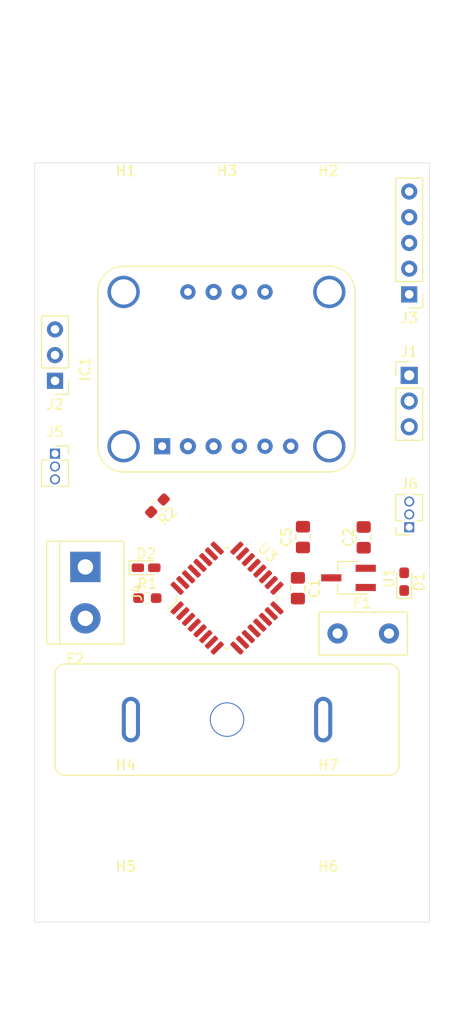
<source format=kicad_pcb>
(kicad_pcb (version 20171130) (host pcbnew "(5.1.6)-1")

  (general
    (thickness 1.6)
    (drawings 13)
    (tracks 0)
    (zones 0)
    (modules 25)
    (nets 53)
  )

  (page A4)
  (layers
    (0 F.Cu signal)
    (31 B.Cu signal)
    (32 B.Adhes user)
    (33 F.Adhes user)
    (34 B.Paste user)
    (35 F.Paste user)
    (36 B.SilkS user)
    (37 F.SilkS user)
    (38 B.Mask user)
    (39 F.Mask user)
    (40 Dwgs.User user)
    (41 Cmts.User user)
    (42 Eco1.User user)
    (43 Eco2.User user)
    (44 Edge.Cuts user)
    (45 Margin user)
    (46 B.CrtYd user)
    (47 F.CrtYd user)
    (48 B.Fab user)
    (49 F.Fab user)
  )

  (setup
    (last_trace_width 0.25)
    (trace_clearance 0.2)
    (zone_clearance 0.508)
    (zone_45_only no)
    (trace_min 0.2)
    (via_size 0.8)
    (via_drill 0.4)
    (via_min_size 0.4)
    (via_min_drill 0.3)
    (uvia_size 0.3)
    (uvia_drill 0.1)
    (uvias_allowed no)
    (uvia_min_size 0.2)
    (uvia_min_drill 0.1)
    (edge_width 0.05)
    (segment_width 0.2)
    (pcb_text_width 0.3)
    (pcb_text_size 1.5 1.5)
    (mod_edge_width 0.12)
    (mod_text_size 1 1)
    (mod_text_width 0.15)
    (pad_size 1 1)
    (pad_drill 0.7)
    (pad_to_mask_clearance 0.05)
    (aux_axis_origin 0 0)
    (visible_elements 7FFFFFFF)
    (pcbplotparams
      (layerselection 0x010fc_ffffffff)
      (usegerberextensions false)
      (usegerberattributes true)
      (usegerberadvancedattributes true)
      (creategerberjobfile true)
      (excludeedgelayer true)
      (linewidth 0.100000)
      (plotframeref false)
      (viasonmask false)
      (mode 1)
      (useauxorigin false)
      (hpglpennumber 1)
      (hpglpenspeed 20)
      (hpglpendiameter 15.000000)
      (psnegative false)
      (psa4output false)
      (plotreference true)
      (plotvalue true)
      (plotinvisibletext false)
      (padsonsilk false)
      (subtractmaskfromsilk false)
      (outputformat 1)
      (mirror false)
      (drillshape 1)
      (scaleselection 1)
      (outputdirectory ""))
  )

  (net 0 "")
  (net 1 +3V3)
  (net 2 GND)
  (net 3 "Net-(F1-Pad1)")
  (net 4 "Net-(IC1-Pad8)")
  (net 5 "Net-(IC1-Pad7)")
  (net 6 "Net-(IC1-Pad6)")
  (net 7 "Net-(IC1-Pad5)")
  (net 8 "Net-(IC1-Pad4)")
  (net 9 "Net-(IC1-Pad3)")
  (net 10 "Net-(IC1-Pad2)")
  (net 11 "Net-(IC1-Pad1)")
  (net 12 /VCP_RX)
  (net 13 /VCP_TX)
  (net 14 /SWCLK)
  (net 15 /SWDIO)
  (net 16 NRST)
  (net 17 "Net-(F2-Pad1)")
  (net 18 /BOOT)
  (net 19 "Net-(J5-Pad3)")
  (net 20 "Net-(J5-Pad2)")
  (net 21 "Net-(J5-Pad1)")
  (net 22 "Net-(U3-Pad28)")
  (net 23 "Net-(U3-Pad27)")
  (net 24 "Net-(U3-Pad26)")
  (net 25 "Net-(U3-Pad22)")
  (net 26 "Net-(U3-Pad21)")
  (net 27 "Net-(U3-Pad20)")
  (net 28 "Net-(U3-Pad19)")
  (net 29 "Net-(U3-Pad18)")
  (net 30 "Net-(U3-Pad15)")
  (net 31 "Net-(U3-Pad14)")
  (net 32 "Net-(U3-Pad13)")
  (net 33 "Net-(U3-Pad12)")
  (net 34 "Net-(U3-Pad11)")
  (net 35 "Net-(U3-Pad10)")
  (net 36 "Net-(U3-Pad9)")
  (net 37 "Net-(U3-Pad7)")
  (net 38 "Net-(U3-Pad6)")
  (net 39 "Net-(U3-Pad3)")
  (net 40 "Net-(U3-Pad2)")
  (net 41 "Net-(J6-Pad3)")
  (net 42 "Net-(J6-Pad2)")
  (net 43 "Net-(J6-Pad1)")
  (net 44 "Net-(U3-Pad29)")
  (net 45 "Net-(IC1-Pad10)")
  (net 46 "Net-(IC1-Pad9)")
  (net 47 "Net-(D2-Pad2)")
  (net 48 "Net-(D2-Pad1)")
  (net 49 "Net-(J1-Pad3)")
  (net 50 "Net-(J1-Pad2)")
  (net 51 "Net-(J1-Pad1)")
  (net 52 VCC)

  (net_class Default "This is the default net class."
    (clearance 0.2)
    (trace_width 0.25)
    (via_dia 0.8)
    (via_drill 0.4)
    (uvia_dia 0.3)
    (uvia_drill 0.1)
    (add_net +3V3)
    (add_net /BOOT)
    (add_net /SWCLK)
    (add_net /SWDIO)
    (add_net /VCP_RX)
    (add_net /VCP_TX)
    (add_net GND)
    (add_net NRST)
    (add_net "Net-(D2-Pad1)")
    (add_net "Net-(D2-Pad2)")
    (add_net "Net-(F1-Pad1)")
    (add_net "Net-(F2-Pad1)")
    (add_net "Net-(IC1-Pad1)")
    (add_net "Net-(IC1-Pad10)")
    (add_net "Net-(IC1-Pad2)")
    (add_net "Net-(IC1-Pad3)")
    (add_net "Net-(IC1-Pad4)")
    (add_net "Net-(IC1-Pad5)")
    (add_net "Net-(IC1-Pad6)")
    (add_net "Net-(IC1-Pad7)")
    (add_net "Net-(IC1-Pad8)")
    (add_net "Net-(IC1-Pad9)")
    (add_net "Net-(J1-Pad1)")
    (add_net "Net-(J1-Pad2)")
    (add_net "Net-(J1-Pad3)")
    (add_net "Net-(J5-Pad1)")
    (add_net "Net-(J5-Pad2)")
    (add_net "Net-(J5-Pad3)")
    (add_net "Net-(J6-Pad1)")
    (add_net "Net-(J6-Pad2)")
    (add_net "Net-(J6-Pad3)")
    (add_net "Net-(U3-Pad10)")
    (add_net "Net-(U3-Pad11)")
    (add_net "Net-(U3-Pad12)")
    (add_net "Net-(U3-Pad13)")
    (add_net "Net-(U3-Pad14)")
    (add_net "Net-(U3-Pad15)")
    (add_net "Net-(U3-Pad18)")
    (add_net "Net-(U3-Pad19)")
    (add_net "Net-(U3-Pad2)")
    (add_net "Net-(U3-Pad20)")
    (add_net "Net-(U3-Pad21)")
    (add_net "Net-(U3-Pad22)")
    (add_net "Net-(U3-Pad26)")
    (add_net "Net-(U3-Pad27)")
    (add_net "Net-(U3-Pad28)")
    (add_net "Net-(U3-Pad29)")
    (add_net "Net-(U3-Pad3)")
    (add_net "Net-(U3-Pad6)")
    (add_net "Net-(U3-Pad7)")
    (add_net "Net-(U3-Pad9)")
    (add_net VCC)
  )

  (module MountingHole:MountingHole_3.2mm_M3 (layer F.Cu) (tedit 56D1B4CB) (tstamp 5F60A8D6)
    (at 155 -10)
    (descr "Mounting Hole 3.2mm, no annular, M3")
    (tags "mounting hole 3.2mm no annular m3")
    (path /5F60B0D1)
    (attr virtual)
    (fp_text reference H3 (at 0 -4.2) (layer F.SilkS)
      (effects (font (size 1 1) (thickness 0.15)))
    )
    (fp_text value MountingHole (at 0 4.2) (layer F.Fab)
      (effects (font (size 1 1) (thickness 0.15)))
    )
    (fp_text user %R (at 0.3 0) (layer F.Fab)
      (effects (font (size 1 1) (thickness 0.15)))
    )
    (fp_circle (center 0 0) (end 3.2 0) (layer Cmts.User) (width 0.15))
    (fp_circle (center 0 0) (end 3.45 0) (layer F.CrtYd) (width 0.05))
    (pad 1 np_thru_hole circle (at 0 0) (size 3.2 3.2) (drill 3.2) (layers *.Cu *.Mask))
  )

  (module SamcSys_Parts:AdafruitBNO055 (layer F.Cu) (tedit 5F604E96) (tstamp 5F6158E2)
    (at 148.59 13 90)
    (path /5F68CBAD)
    (fp_text reference IC1 (at 7.62 -7.62 90) (layer F.SilkS)
      (effects (font (size 1 1) (thickness 0.15)))
    )
    (fp_text value AdafruitBNO055 (at 7.62 -8.89 90) (layer F.Fab)
      (effects (font (size 1 1) (thickness 0.15)))
    )
    (fp_line (start -2.54 -3.81) (end -2.54 16.51) (layer F.SilkS) (width 0.12))
    (fp_line (start 17.78 16.51) (end 17.78 -3.81) (layer F.SilkS) (width 0.12))
    (fp_line (start 0 -6.35) (end 15.24 -6.35) (layer F.SilkS) (width 0.12))
    (fp_line (start 15.24 19.05) (end 0 19.05) (layer F.SilkS) (width 0.12))
    (fp_arc (start 15.24 16.51) (end 15.24 19.05) (angle -90) (layer F.SilkS) (width 0.12))
    (fp_arc (start 0 16.51) (end -2.54 16.51) (angle -90) (layer F.SilkS) (width 0.12))
    (fp_arc (start 15.24 -3.81) (end 17.78 -3.81) (angle -90) (layer F.SilkS) (width 0.12))
    (fp_arc (start 0 -3.81) (end 0 -6.35) (angle -90) (layer F.SilkS) (width 0.12))
    (pad "" np_thru_hole circle (at 15.24 16.51 90) (size 3.2 3.2) (drill 2.5) (layers *.Cu *.Mask))
    (pad "" np_thru_hole circle (at 15.24 -3.81 90) (size 3.2 3.2) (drill 2.5) (layers *.Cu *.Mask))
    (pad "" np_thru_hole circle (at 0 16.51 90) (size 3.2 3.2) (drill 2.5) (layers *.Cu *.Mask))
    (pad "" np_thru_hole circle (at 0 -3.81 90) (size 3.2 3.2) (drill 2.5) (layers *.Cu *.Mask))
    (pad 6 thru_hole circle (at 0 12.7 90) (size 1.524 1.524) (drill 0.762) (layers *.Cu *.Mask)
      (net 6 "Net-(IC1-Pad6)"))
    (pad 10 thru_hole circle (at 15.24 10.16 90) (size 1.524 1.524) (drill 0.762) (layers *.Cu *.Mask)
      (net 45 "Net-(IC1-Pad10)"))
    (pad 9 thru_hole circle (at 15.24 7.62 90) (size 1.524 1.524) (drill 0.762) (layers *.Cu *.Mask)
      (net 46 "Net-(IC1-Pad9)"))
    (pad 7 thru_hole circle (at 15.24 2.54 90) (size 1.524 1.524) (drill 0.762) (layers *.Cu *.Mask)
      (net 5 "Net-(IC1-Pad7)"))
    (pad 5 thru_hole circle (at 0 10.16 90) (size 1.524 1.524) (drill 0.762) (layers *.Cu *.Mask)
      (net 7 "Net-(IC1-Pad5)"))
    (pad 4 thru_hole circle (at 0 7.62 90) (size 1.524 1.524) (drill 0.762) (layers *.Cu *.Mask)
      (net 8 "Net-(IC1-Pad4)"))
    (pad 3 thru_hole oval (at 0 5.08 90) (size 1.6 1.6) (drill 0.8) (layers *.Cu *.Mask)
      (net 9 "Net-(IC1-Pad3)"))
    (pad 2 thru_hole oval (at 0 2.54 90) (size 1.6 1.6) (drill 0.8) (layers *.Cu *.Mask)
      (net 10 "Net-(IC1-Pad2)"))
    (pad 8 thru_hole oval (at 15.24 5.08 90) (size 1.6 1.6) (drill 0.8) (layers *.Cu *.Mask)
      (net 4 "Net-(IC1-Pad8)"))
    (pad 1 thru_hole rect (at 0 0 90) (size 1.6 1.6) (drill 0.8) (layers *.Cu *.Mask)
      (net 11 "Net-(IC1-Pad1)"))
  )

  (module Diode_SMD:D_0603_1608Metric_Pad1.05x0.95mm_HandSolder (layer F.Cu) (tedit 5B4B45C8) (tstamp 5F60A183)
    (at 172.5 26.375 90)
    (descr "Diode SMD 0603 (1608 Metric), square (rectangular) end terminal, IPC_7351 nominal, (Body size source: http://www.tortai-tech.com/upload/download/2011102023233369053.pdf), generated with kicad-footprint-generator")
    (tags "diode handsolder")
    (path /5E5159FF)
    (attr smd)
    (fp_text reference D1 (at 0 1.5 90) (layer F.SilkS)
      (effects (font (size 1 1) (thickness 0.15)))
    )
    (fp_text value D_Schottky (at 0 1.43 90) (layer F.Fab)
      (effects (font (size 1 1) (thickness 0.15)))
    )
    (fp_line (start 1.65 0.73) (end -1.65 0.73) (layer F.CrtYd) (width 0.05))
    (fp_line (start 1.65 -0.73) (end 1.65 0.73) (layer F.CrtYd) (width 0.05))
    (fp_line (start -1.65 -0.73) (end 1.65 -0.73) (layer F.CrtYd) (width 0.05))
    (fp_line (start -1.65 0.73) (end -1.65 -0.73) (layer F.CrtYd) (width 0.05))
    (fp_line (start -1.66 0.735) (end 0.8 0.735) (layer F.SilkS) (width 0.12))
    (fp_line (start -1.66 -0.735) (end -1.66 0.735) (layer F.SilkS) (width 0.12))
    (fp_line (start 0.8 -0.735) (end -1.66 -0.735) (layer F.SilkS) (width 0.12))
    (fp_line (start 0.8 0.4) (end 0.8 -0.4) (layer F.Fab) (width 0.1))
    (fp_line (start -0.8 0.4) (end 0.8 0.4) (layer F.Fab) (width 0.1))
    (fp_line (start -0.8 -0.1) (end -0.8 0.4) (layer F.Fab) (width 0.1))
    (fp_line (start -0.5 -0.4) (end -0.8 -0.1) (layer F.Fab) (width 0.1))
    (fp_line (start 0.8 -0.4) (end -0.5 -0.4) (layer F.Fab) (width 0.1))
    (fp_text user %R (at 0 0 90) (layer F.Fab)
      (effects (font (size 0.4 0.4) (thickness 0.06)))
    )
    (pad 2 smd roundrect (at 0.875 0 90) (size 1.05 0.95) (layers F.Cu F.Paste F.Mask) (roundrect_rratio 0.25)
      (net 1 +3V3))
    (pad 1 smd roundrect (at -0.875 0 90) (size 1.05 0.95) (layers F.Cu F.Paste F.Mask) (roundrect_rratio 0.25)
      (net 52 VCC))
    (model ${KISYS3DMOD}/Diode_SMD.3dshapes/D_0603_1608Metric.wrl
      (at (xyz 0 0 0))
      (scale (xyz 1 1 1))
      (rotate (xyz 0 0 0))
    )
  )

  (module Connector_PinHeader_2.54mm:PinHeader_1x03_P2.54mm_Vertical (layer F.Cu) (tedit 59FED5CC) (tstamp 5F611F75)
    (at 173 6)
    (descr "Through hole straight pin header, 1x03, 2.54mm pitch, single row")
    (tags "Through hole pin header THT 1x03 2.54mm single row")
    (path /5F66380A)
    (fp_text reference J1 (at 0 -2.33) (layer F.SilkS)
      (effects (font (size 1 1) (thickness 0.15)))
    )
    (fp_text value UltraSonic (at 0 7.41) (layer F.Fab)
      (effects (font (size 1 1) (thickness 0.15)))
    )
    (fp_line (start 1.8 -1.8) (end -1.8 -1.8) (layer F.CrtYd) (width 0.05))
    (fp_line (start 1.8 6.85) (end 1.8 -1.8) (layer F.CrtYd) (width 0.05))
    (fp_line (start -1.8 6.85) (end 1.8 6.85) (layer F.CrtYd) (width 0.05))
    (fp_line (start -1.8 -1.8) (end -1.8 6.85) (layer F.CrtYd) (width 0.05))
    (fp_line (start -1.33 -1.33) (end 0 -1.33) (layer F.SilkS) (width 0.12))
    (fp_line (start -1.33 0) (end -1.33 -1.33) (layer F.SilkS) (width 0.12))
    (fp_line (start -1.33 1.27) (end 1.33 1.27) (layer F.SilkS) (width 0.12))
    (fp_line (start 1.33 1.27) (end 1.33 6.41) (layer F.SilkS) (width 0.12))
    (fp_line (start -1.33 1.27) (end -1.33 6.41) (layer F.SilkS) (width 0.12))
    (fp_line (start -1.33 6.41) (end 1.33 6.41) (layer F.SilkS) (width 0.12))
    (fp_line (start -1.27 -0.635) (end -0.635 -1.27) (layer F.Fab) (width 0.1))
    (fp_line (start -1.27 6.35) (end -1.27 -0.635) (layer F.Fab) (width 0.1))
    (fp_line (start 1.27 6.35) (end -1.27 6.35) (layer F.Fab) (width 0.1))
    (fp_line (start 1.27 -1.27) (end 1.27 6.35) (layer F.Fab) (width 0.1))
    (fp_line (start -0.635 -1.27) (end 1.27 -1.27) (layer F.Fab) (width 0.1))
    (fp_text user %R (at 0 2.54 90) (layer F.Fab)
      (effects (font (size 1 1) (thickness 0.15)))
    )
    (pad 3 thru_hole oval (at 0 5.08) (size 1.7 1.7) (drill 1) (layers *.Cu *.Mask)
      (net 49 "Net-(J1-Pad3)"))
    (pad 2 thru_hole oval (at 0 2.54) (size 1.7 1.7) (drill 1) (layers *.Cu *.Mask)
      (net 50 "Net-(J1-Pad2)"))
    (pad 1 thru_hole rect (at 0 0) (size 1.7 1.7) (drill 1) (layers *.Cu *.Mask)
      (net 51 "Net-(J1-Pad1)"))
    (model ${KISYS3DMOD}/Connector_PinHeader_2.54mm.3dshapes/PinHeader_1x03_P2.54mm_Vertical.wrl
      (at (xyz 0 0 0))
      (scale (xyz 1 1 1))
      (rotate (xyz 0 0 0))
    )
  )

  (module SamcSys_Parts:Conthrough_1x03_P2.54mm_Vertical (layer F.Cu) (tedit 5F605657) (tstamp 5F60A20E)
    (at 138 6.54 180)
    (descr "Through hole straight pin header, 1x03, 2.54mm pitch, single row")
    (tags "Through hole pin header THT 1x03 2.54mm single row")
    (path /5DF6F0E7)
    (fp_text reference J2 (at 0 -2.33) (layer F.SilkS)
      (effects (font (size 1 1) (thickness 0.15)))
    )
    (fp_text value Conn_01x03 (at 0 7.41) (layer F.Fab)
      (effects (font (size 1 1) (thickness 0.15)))
    )
    (fp_line (start 1.8 -1.8) (end -1.8 -1.8) (layer F.CrtYd) (width 0.05))
    (fp_line (start 1.8 6.85) (end 1.8 -1.8) (layer F.CrtYd) (width 0.05))
    (fp_line (start -1.8 6.85) (end 1.8 6.85) (layer F.CrtYd) (width 0.05))
    (fp_line (start -1.8 -1.8) (end -1.8 6.85) (layer F.CrtYd) (width 0.05))
    (fp_line (start -1.33 -1.33) (end 0 -1.33) (layer F.SilkS) (width 0.12))
    (fp_line (start -1.33 0) (end -1.33 -1.33) (layer F.SilkS) (width 0.12))
    (fp_line (start -1.33 1.27) (end 1.33 1.27) (layer F.SilkS) (width 0.12))
    (fp_line (start 1.33 1.27) (end 1.33 6.41) (layer F.SilkS) (width 0.12))
    (fp_line (start -1.33 1.27) (end -1.33 6.41) (layer F.SilkS) (width 0.12))
    (fp_line (start -1.33 6.41) (end 1.33 6.41) (layer F.SilkS) (width 0.12))
    (fp_line (start -1.27 -0.635) (end -0.635 -1.27) (layer F.Fab) (width 0.1))
    (fp_line (start -1.27 6.35) (end -1.27 -0.635) (layer F.Fab) (width 0.1))
    (fp_line (start 1.27 6.35) (end -1.27 6.35) (layer F.Fab) (width 0.1))
    (fp_line (start 1.27 -1.27) (end 1.27 6.35) (layer F.Fab) (width 0.1))
    (fp_line (start -0.635 -1.27) (end 1.27 -1.27) (layer F.Fab) (width 0.1))
    (fp_text user %R (at 0 2.54 90) (layer F.Fab)
      (effects (font (size 1 1) (thickness 0.15)))
    )
    (pad 3 thru_hole oval (at 0 5.08 180) (size 1.6 1.6) (drill 0.85) (layers *.Cu *.Mask)
      (net 12 /VCP_RX))
    (pad 2 thru_hole oval (at 0 2.54 180) (size 1.6 1.6) (drill 0.85) (layers *.Cu *.Mask)
      (net 13 /VCP_TX))
    (pad 1 thru_hole rect (at 0 0 180) (size 1.6 1.6) (drill 0.85) (layers *.Cu *.Mask)
      (net 2 GND))
    (model ${KISYS3DMOD}/Connector_PinHeader_2.54mm.3dshapes/PinHeader_1x03_P2.54mm_Vertical.wrl
      (at (xyz 0 0 0))
      (scale (xyz 1 1 1))
      (rotate (xyz 0 0 0))
    )
  )

  (module Connector_PinSocket_1.27mm:PinSocket_1x03_P1.27mm_Vertical (layer F.Cu) (tedit 5A19A41D) (tstamp 5F60F7C7)
    (at 173 21 180)
    (descr "Through hole straight socket strip, 1x03, 1.27mm pitch, single row (from Kicad 4.0.7), script generated")
    (tags "Through hole socket strip THT 1x03 1.27mm single row")
    (path /5F6349E4)
    (fp_text reference J6 (at 0 4.27) (layer F.SilkS)
      (effects (font (size 1 1) (thickness 0.15)))
    )
    (fp_text value RS204MD_ADH (at 0 4.675) (layer F.Fab)
      (effects (font (size 1 1) (thickness 0.15)))
    )
    (fp_line (start -1.8 3.7) (end -1.8 -1.15) (layer F.CrtYd) (width 0.05))
    (fp_line (start 1.75 3.7) (end -1.8 3.7) (layer F.CrtYd) (width 0.05))
    (fp_line (start 1.75 -1.15) (end 1.75 3.7) (layer F.CrtYd) (width 0.05))
    (fp_line (start -1.8 -1.15) (end 1.75 -1.15) (layer F.CrtYd) (width 0.05))
    (fp_line (start 0 -0.76) (end 1.33 -0.76) (layer F.SilkS) (width 0.12))
    (fp_line (start 1.33 -0.76) (end 1.33 0) (layer F.SilkS) (width 0.12))
    (fp_line (start 1.33 0.635) (end 1.33 3.235) (layer F.SilkS) (width 0.12))
    (fp_line (start 0.30753 3.235) (end 1.33 3.235) (layer F.SilkS) (width 0.12))
    (fp_line (start -1.33 3.235) (end -0.30753 3.235) (layer F.SilkS) (width 0.12))
    (fp_line (start -1.33 0.635) (end -1.33 3.235) (layer F.SilkS) (width 0.12))
    (fp_line (start 0.76 0.635) (end 1.33 0.635) (layer F.SilkS) (width 0.12))
    (fp_line (start -1.33 0.635) (end -0.76 0.635) (layer F.SilkS) (width 0.12))
    (fp_line (start -1.27 3.175) (end -1.27 -0.635) (layer F.Fab) (width 0.1))
    (fp_line (start 1.27 3.175) (end -1.27 3.175) (layer F.Fab) (width 0.1))
    (fp_line (start 1.27 0) (end 1.27 3.175) (layer F.Fab) (width 0.1))
    (fp_line (start 0.635 -0.635) (end 1.27 0) (layer F.Fab) (width 0.1))
    (fp_line (start -1.27 -0.635) (end 0.635 -0.635) (layer F.Fab) (width 0.1))
    (fp_text user %R (at 0 1.27 90) (layer F.Fab)
      (effects (font (size 1 1) (thickness 0.15)))
    )
    (pad 3 thru_hole oval (at 0 2.54 180) (size 1 1) (drill 0.7) (layers *.Cu *.Mask)
      (net 41 "Net-(J6-Pad3)"))
    (pad 2 thru_hole oval (at 0 1.27 180) (size 1 1) (drill 0.7) (layers *.Cu *.Mask)
      (net 42 "Net-(J6-Pad2)"))
    (pad 1 thru_hole rect (at 0 0 180) (size 1 1) (drill 0.7) (layers *.Cu *.Mask)
      (net 43 "Net-(J6-Pad1)"))
    (model ${KISYS3DMOD}/Connector_PinSocket_1.27mm.3dshapes/PinSocket_1x03_P1.27mm_Vertical.wrl
      (at (xyz 0 0 0))
      (scale (xyz 1 1 1))
      (rotate (xyz 0 0 0))
    )
  )

  (module Connector_PinSocket_1.27mm:PinSocket_1x03_P1.27mm_Vertical (layer F.Cu) (tedit 5F606341) (tstamp 5F60F7AE)
    (at 138 13.73)
    (descr "Through hole straight socket strip, 1x03, 1.27mm pitch, single row (from Kicad 4.0.7), script generated")
    (tags "Through hole socket strip THT 1x03 1.27mm single row")
    (path /5F633FA1)
    (fp_text reference J5 (at 0 -2.135) (layer F.SilkS)
      (effects (font (size 1 1) (thickness 0.15)))
    )
    (fp_text value RS204MD_ADH (at 0 4.675) (layer F.Fab)
      (effects (font (size 1 1) (thickness 0.15)))
    )
    (fp_line (start -1.8 3.7) (end -1.8 -1.15) (layer F.CrtYd) (width 0.05))
    (fp_line (start 1.75 3.7) (end -1.8 3.7) (layer F.CrtYd) (width 0.05))
    (fp_line (start 1.75 -1.15) (end 1.75 3.7) (layer F.CrtYd) (width 0.05))
    (fp_line (start -1.8 -1.15) (end 1.75 -1.15) (layer F.CrtYd) (width 0.05))
    (fp_line (start 0 -0.76) (end 1.33 -0.76) (layer F.SilkS) (width 0.12))
    (fp_line (start 1.33 -0.76) (end 1.33 0) (layer F.SilkS) (width 0.12))
    (fp_line (start 1.33 0.635) (end 1.33 3.235) (layer F.SilkS) (width 0.12))
    (fp_line (start 0.30753 3.235) (end 1.33 3.235) (layer F.SilkS) (width 0.12))
    (fp_line (start -1.33 3.235) (end -0.30753 3.235) (layer F.SilkS) (width 0.12))
    (fp_line (start -1.33 0.635) (end -1.33 3.235) (layer F.SilkS) (width 0.12))
    (fp_line (start 0.76 0.635) (end 1.33 0.635) (layer F.SilkS) (width 0.12))
    (fp_line (start -1.33 0.635) (end -0.76 0.635) (layer F.SilkS) (width 0.12))
    (fp_line (start -1.27 3.175) (end -1.27 -0.635) (layer F.Fab) (width 0.1))
    (fp_line (start 1.27 3.175) (end -1.27 3.175) (layer F.Fab) (width 0.1))
    (fp_line (start 1.27 0) (end 1.27 3.175) (layer F.Fab) (width 0.1))
    (fp_line (start 0.635 -0.635) (end 1.27 0) (layer F.Fab) (width 0.1))
    (fp_line (start -1.27 -0.635) (end 0.635 -0.635) (layer F.Fab) (width 0.1))
    (fp_text user %R (at 0 1.27 90) (layer F.Fab)
      (effects (font (size 1 1) (thickness 0.15)))
    )
    (pad 3 thru_hole oval (at 0 2.54) (size 1 1) (drill 0.7) (layers *.Cu *.Mask)
      (net 19 "Net-(J5-Pad3)"))
    (pad 2 thru_hole oval (at 0 1.27) (size 1 1) (drill 0.7) (layers *.Cu *.Mask)
      (net 20 "Net-(J5-Pad2)"))
    (pad 1 thru_hole rect (at 0 0) (size 1 1) (drill 0.7) (layers *.Cu *.Mask)
      (net 21 "Net-(J5-Pad1)"))
    (model ${KISYS3DMOD}/Connector_PinSocket_1.27mm.3dshapes/PinSocket_1x03_P1.27mm_Vertical.wrl
      (at (xyz 0 0 0))
      (scale (xyz 1 1 1))
      (rotate (xyz 0 0 0))
    )
  )

  (module SamcSys_Parts:Conthrough_1x05_P2.54mm_Vertical (layer F.Cu) (tedit 5F6054E8) (tstamp 5F60A227)
    (at 173 -2 180)
    (descr "Through hole straight pin header, 1x05, 2.54mm pitch, single row")
    (tags "Through hole pin header THT 1x05 2.54mm single row")
    (path /5DAA7AEF)
    (fp_text reference J3 (at 0 -2.33) (layer F.SilkS)
      (effects (font (size 1 1) (thickness 0.15)))
    )
    (fp_text value Conthrough (at 0 12.49) (layer F.Fab)
      (effects (font (size 1 1) (thickness 0.15)))
    )
    (fp_line (start -0.635 -1.27) (end 1.27 -1.27) (layer F.Fab) (width 0.1))
    (fp_line (start 1.27 -1.27) (end 1.27 11.43) (layer F.Fab) (width 0.1))
    (fp_line (start 1.27 11.43) (end -1.27 11.43) (layer F.Fab) (width 0.1))
    (fp_line (start -1.27 11.43) (end -1.27 -0.635) (layer F.Fab) (width 0.1))
    (fp_line (start -1.27 -0.635) (end -0.635 -1.27) (layer F.Fab) (width 0.1))
    (fp_line (start -1.33 11.49) (end 1.33 11.49) (layer F.SilkS) (width 0.12))
    (fp_line (start -1.33 1.27) (end -1.33 11.49) (layer F.SilkS) (width 0.12))
    (fp_line (start 1.33 1.27) (end 1.33 11.49) (layer F.SilkS) (width 0.12))
    (fp_line (start -1.33 1.27) (end 1.33 1.27) (layer F.SilkS) (width 0.12))
    (fp_line (start -1.33 0) (end -1.33 -1.33) (layer F.SilkS) (width 0.12))
    (fp_line (start -1.33 -1.33) (end 0 -1.33) (layer F.SilkS) (width 0.12))
    (fp_line (start -1.8 -1.8) (end -1.8 11.95) (layer F.CrtYd) (width 0.05))
    (fp_line (start -1.8 11.95) (end 1.8 11.95) (layer F.CrtYd) (width 0.05))
    (fp_line (start 1.8 11.95) (end 1.8 -1.8) (layer F.CrtYd) (width 0.05))
    (fp_line (start 1.8 -1.8) (end -1.8 -1.8) (layer F.CrtYd) (width 0.05))
    (fp_text user %R (at 0 5.08 90) (layer F.Fab)
      (effects (font (size 1 1) (thickness 0.15)))
    )
    (pad 5 thru_hole oval (at 0 10.16 180) (size 1.6 1.6) (drill 0.85) (layers *.Cu *.Mask)
      (net 1 +3V3))
    (pad 4 thru_hole oval (at 0 7.62 180) (size 1.6 1.6) (drill 0.85) (layers *.Cu *.Mask)
      (net 14 /SWCLK))
    (pad 3 thru_hole oval (at 0 5.08 180) (size 1.6 1.6) (drill 0.85) (layers *.Cu *.Mask)
      (net 2 GND))
    (pad 2 thru_hole oval (at 0 2.54 180) (size 1.6 1.6) (drill 0.85) (layers *.Cu *.Mask)
      (net 15 /SWDIO))
    (pad 1 thru_hole rect (at 0 0 180) (size 1.6 1.6) (drill 0.85) (layers *.Cu *.Mask)
      (net 16 NRST))
    (model ${KISYS3DMOD}/Connector_PinHeader_2.54mm.3dshapes/PinHeader_1x05_P2.54mm_Vertical.wrl
      (at (xyz 0 0 0))
      (scale (xyz 1 1 1))
      (rotate (xyz 0 0 0))
    )
  )

  (module SamcSys_Parts:MountingHole_1.2mm (layer F.Cu) (tedit 5F604E63) (tstamp 5F60C17F)
    (at 165 48)
    (descr "Mounting Hole 2.5mm, no annular")
    (tags "mounting hole 2.5mm no annular")
    (path /5F612045)
    (attr virtual)
    (fp_text reference H7 (at 0 -3.5) (layer F.SilkS)
      (effects (font (size 1 1) (thickness 0.15)))
    )
    (fp_text value MountingHole (at 0 3.5) (layer F.Fab)
      (effects (font (size 1 1) (thickness 0.15)))
    )
    (fp_circle (center 0 0) (end 1.2 0) (layer Cmts.User) (width 0.15))
    (fp_circle (center 0 0) (end 1.45 0) (layer F.CrtYd) (width 0.05))
    (fp_text user %R (at 0.3 0) (layer F.Fab)
      (effects (font (size 1 1) (thickness 0.15)))
    )
    (pad "" np_thru_hole circle (at 0 0) (size 1.2 1.2) (drill 1.2) (layers *.Cu *.Mask))
  )

  (module SamcSys_Parts:MountingHole_1.2mm (layer F.Cu) (tedit 5F604E63) (tstamp 5F60C177)
    (at 165 58)
    (descr "Mounting Hole 2.5mm, no annular")
    (tags "mounting hole 2.5mm no annular")
    (path /5F61204B)
    (attr virtual)
    (fp_text reference H6 (at 0 -3.5) (layer F.SilkS)
      (effects (font (size 1 1) (thickness 0.15)))
    )
    (fp_text value MountingHole (at 0 3.5) (layer F.Fab)
      (effects (font (size 1 1) (thickness 0.15)))
    )
    (fp_circle (center 0 0) (end 1.2 0) (layer Cmts.User) (width 0.15))
    (fp_circle (center 0 0) (end 1.45 0) (layer F.CrtYd) (width 0.05))
    (fp_text user %R (at 0.3 0) (layer F.Fab)
      (effects (font (size 1 1) (thickness 0.15)))
    )
    (pad "" np_thru_hole circle (at 0 0) (size 1.2 1.2) (drill 1.2) (layers *.Cu *.Mask))
  )

  (module SamcSys_Parts:MountingHole_1.2mm (layer F.Cu) (tedit 5F604E63) (tstamp 5F60A1DC)
    (at 145 58)
    (descr "Mounting Hole 2.5mm, no annular")
    (tags "mounting hole 2.5mm no annular")
    (path /5F27CB5B)
    (attr virtual)
    (fp_text reference H5 (at 0 -3.5) (layer F.SilkS)
      (effects (font (size 1 1) (thickness 0.15)))
    )
    (fp_text value MountingHole (at 0 3.5) (layer F.Fab)
      (effects (font (size 1 1) (thickness 0.15)))
    )
    (fp_circle (center 0 0) (end 1.2 0) (layer Cmts.User) (width 0.15))
    (fp_circle (center 0 0) (end 1.45 0) (layer F.CrtYd) (width 0.05))
    (fp_text user %R (at 0.3 0) (layer F.Fab)
      (effects (font (size 1 1) (thickness 0.15)))
    )
    (pad "" np_thru_hole circle (at 0 0) (size 1.2 1.2) (drill 1.2) (layers *.Cu *.Mask))
  )

  (module SamcSys_Parts:MountingHole_1.2mm (layer F.Cu) (tedit 5F604E63) (tstamp 5F60A1D4)
    (at 145 48)
    (descr "Mounting Hole 2.5mm, no annular")
    (tags "mounting hole 2.5mm no annular")
    (path /5F27CB61)
    (attr virtual)
    (fp_text reference H4 (at 0 -3.5) (layer F.SilkS)
      (effects (font (size 1 1) (thickness 0.15)))
    )
    (fp_text value MountingHole (at 0 3.5) (layer F.Fab)
      (effects (font (size 1 1) (thickness 0.15)))
    )
    (fp_circle (center 0 0) (end 1.2 0) (layer Cmts.User) (width 0.15))
    (fp_circle (center 0 0) (end 1.45 0) (layer F.CrtYd) (width 0.05))
    (fp_text user %R (at 0.3 0) (layer F.Fab)
      (effects (font (size 1 1) (thickness 0.15)))
    )
    (pad "" np_thru_hole circle (at 0 0) (size 1.2 1.2) (drill 1.2) (layers *.Cu *.Mask))
  )

  (module MountingHole:MountingHole_3.2mm_M3 (layer F.Cu) (tedit 56D1B4CB) (tstamp 5F60A1CC)
    (at 165 -10)
    (descr "Mounting Hole 3.2mm, no annular, M3")
    (tags "mounting hole 3.2mm no annular m3")
    (path /5F266923)
    (attr virtual)
    (fp_text reference H2 (at 0 -4.2) (layer F.SilkS)
      (effects (font (size 1 1) (thickness 0.15)))
    )
    (fp_text value MountingHole (at 0 4.2) (layer F.Fab)
      (effects (font (size 1 1) (thickness 0.15)))
    )
    (fp_circle (center 0 0) (end 3.45 0) (layer F.CrtYd) (width 0.05))
    (fp_circle (center 0 0) (end 3.2 0) (layer Cmts.User) (width 0.15))
    (fp_text user %R (at 0.3 0) (layer F.Fab)
      (effects (font (size 1 1) (thickness 0.15)))
    )
    (pad 1 np_thru_hole circle (at 0 0) (size 3.2 3.2) (drill 3.2) (layers *.Cu *.Mask))
  )

  (module MountingHole:MountingHole_3.2mm_M3 (layer F.Cu) (tedit 56D1B4CB) (tstamp 5F60A1C4)
    (at 145 -10)
    (descr "Mounting Hole 3.2mm, no annular, M3")
    (tags "mounting hole 3.2mm no annular m3")
    (path /5F267513)
    (attr virtual)
    (fp_text reference H1 (at 0 -4.2) (layer F.SilkS)
      (effects (font (size 1 1) (thickness 0.15)))
    )
    (fp_text value MountingHole (at 0 4.2) (layer F.Fab)
      (effects (font (size 1 1) (thickness 0.15)))
    )
    (fp_circle (center 0 0) (end 3.45 0) (layer F.CrtYd) (width 0.05))
    (fp_circle (center 0 0) (end 3.2 0) (layer Cmts.User) (width 0.15))
    (fp_text user %R (at 0.3 0) (layer F.Fab)
      (effects (font (size 1 1) (thickness 0.15)))
    )
    (pad 1 np_thru_hole circle (at 0 0) (size 3.2 3.2) (drill 3.2) (layers *.Cu *.Mask))
  )

  (module SamcSys_Parts:MF505 (layer F.Cu) (tedit 5F1ED476) (tstamp 5F60B75D)
    (at 145.5 40)
    (path /5F1FB246)
    (fp_text reference F2 (at -5.5 -6 180) (layer F.SilkS)
      (effects (font (size 1 1) (thickness 0.15)))
    )
    (fp_text value Fuse (at 0 -8) (layer F.Fab)
      (effects (font (size 1 1) (thickness 0.15)))
    )
    (fp_line (start -7.5 -4.5) (end -7.5 4.5) (layer F.SilkS) (width 0.12))
    (fp_line (start -6.5 5.5) (end 25.5 5.5) (layer F.SilkS) (width 0.12))
    (fp_line (start 26.5 4.5) (end 26.5 -4.5) (layer F.SilkS) (width 0.12))
    (fp_line (start 25.5 -5.5) (end -6.5 -5.5) (layer F.SilkS) (width 0.12))
    (fp_arc (start 25.5 -4.5) (end 26.5 -4.5) (angle -90) (layer F.SilkS) (width 0.12))
    (fp_arc (start 25.5 4.5) (end 25.5 5.5) (angle -90) (layer F.SilkS) (width 0.12))
    (fp_arc (start -6.5 4.5) (end -7.5 4.5) (angle -90) (layer F.SilkS) (width 0.12))
    (fp_arc (start -6.5 -4.5) (end -6.5 -5.5) (angle -90) (layer F.SilkS) (width 0.12))
    (pad "" np_thru_hole circle (at 9.5 0) (size 3.4 3.4) (drill 3.2) (layers *.Cu *.Mask))
    (pad 2 thru_hole oval (at 19 0) (size 1.8 4.5) (drill oval 1 3.7) (layers *.Cu *.Mask)
      (net 3 "Net-(F1-Pad1)"))
    (pad 1 thru_hole oval (at 0 0) (size 1.8 4.5) (drill oval 1 3.7) (layers *.Cu *.Mask)
      (net 17 "Net-(F2-Pad1)"))
  )

  (module Package_QFP:LQFP-32_7x7mm_P0.8mm (layer F.Cu) (tedit 5D9F72AF) (tstamp 5F60A2CF)
    (at 155 28 45)
    (descr "LQFP, 32 Pin (https://www.nxp.com/docs/en/package-information/SOT358-1.pdf), generated with kicad-footprint-generator ipc_gullwing_generator.py")
    (tags "LQFP QFP")
    (path /5DA7A10A)
    (attr smd)
    (fp_text reference U3 (at 6.010408 -0.353553 315) (layer F.SilkS)
      (effects (font (size 1 1) (thickness 0.15)))
    )
    (fp_text value STM32F303K8 (at 0 5.88 45) (layer F.Fab)
      (effects (font (size 1 1) (thickness 0.15)))
    )
    (fp_line (start 5.18 3.3) (end 5.18 0) (layer F.CrtYd) (width 0.05))
    (fp_line (start 3.75 3.3) (end 5.18 3.3) (layer F.CrtYd) (width 0.05))
    (fp_line (start 3.75 3.75) (end 3.75 3.3) (layer F.CrtYd) (width 0.05))
    (fp_line (start 3.3 3.75) (end 3.75 3.75) (layer F.CrtYd) (width 0.05))
    (fp_line (start 3.3 5.18) (end 3.3 3.75) (layer F.CrtYd) (width 0.05))
    (fp_line (start 0 5.18) (end 3.3 5.18) (layer F.CrtYd) (width 0.05))
    (fp_line (start -5.18 3.3) (end -5.18 0) (layer F.CrtYd) (width 0.05))
    (fp_line (start -3.75 3.3) (end -5.18 3.3) (layer F.CrtYd) (width 0.05))
    (fp_line (start -3.75 3.75) (end -3.75 3.3) (layer F.CrtYd) (width 0.05))
    (fp_line (start -3.3 3.75) (end -3.75 3.75) (layer F.CrtYd) (width 0.05))
    (fp_line (start -3.3 5.18) (end -3.3 3.75) (layer F.CrtYd) (width 0.05))
    (fp_line (start 0 5.18) (end -3.3 5.18) (layer F.CrtYd) (width 0.05))
    (fp_line (start 5.18 -3.3) (end 5.18 0) (layer F.CrtYd) (width 0.05))
    (fp_line (start 3.75 -3.3) (end 5.18 -3.3) (layer F.CrtYd) (width 0.05))
    (fp_line (start 3.75 -3.75) (end 3.75 -3.3) (layer F.CrtYd) (width 0.05))
    (fp_line (start 3.3 -3.75) (end 3.75 -3.75) (layer F.CrtYd) (width 0.05))
    (fp_line (start 3.3 -5.18) (end 3.3 -3.75) (layer F.CrtYd) (width 0.05))
    (fp_line (start 0 -5.18) (end 3.3 -5.18) (layer F.CrtYd) (width 0.05))
    (fp_line (start -5.18 -3.3) (end -5.18 0) (layer F.CrtYd) (width 0.05))
    (fp_line (start -3.75 -3.3) (end -5.18 -3.3) (layer F.CrtYd) (width 0.05))
    (fp_line (start -3.75 -3.75) (end -3.75 -3.3) (layer F.CrtYd) (width 0.05))
    (fp_line (start -3.3 -3.75) (end -3.75 -3.75) (layer F.CrtYd) (width 0.05))
    (fp_line (start -3.3 -5.18) (end -3.3 -3.75) (layer F.CrtYd) (width 0.05))
    (fp_line (start 0 -5.18) (end -3.3 -5.18) (layer F.CrtYd) (width 0.05))
    (fp_line (start -3.5 -2.5) (end -2.5 -3.5) (layer F.Fab) (width 0.1))
    (fp_line (start -3.5 3.5) (end -3.5 -2.5) (layer F.Fab) (width 0.1))
    (fp_line (start 3.5 3.5) (end -3.5 3.5) (layer F.Fab) (width 0.1))
    (fp_line (start 3.5 -3.5) (end 3.5 3.5) (layer F.Fab) (width 0.1))
    (fp_line (start -2.5 -3.5) (end 3.5 -3.5) (layer F.Fab) (width 0.1))
    (fp_line (start -3.61 -3.31) (end -4.925 -3.31) (layer F.SilkS) (width 0.12))
    (fp_line (start -3.61 -3.61) (end -3.61 -3.31) (layer F.SilkS) (width 0.12))
    (fp_line (start -3.31 -3.61) (end -3.61 -3.61) (layer F.SilkS) (width 0.12))
    (fp_line (start 3.61 -3.61) (end 3.61 -3.31) (layer F.SilkS) (width 0.12))
    (fp_line (start 3.31 -3.61) (end 3.61 -3.61) (layer F.SilkS) (width 0.12))
    (fp_line (start -3.61 3.61) (end -3.61 3.31) (layer F.SilkS) (width 0.12))
    (fp_line (start -3.31 3.61) (end -3.61 3.61) (layer F.SilkS) (width 0.12))
    (fp_line (start 3.61 3.61) (end 3.61 3.31) (layer F.SilkS) (width 0.12))
    (fp_line (start 3.31 3.61) (end 3.61 3.61) (layer F.SilkS) (width 0.12))
    (fp_text user %R (at 0 0 45) (layer F.Fab)
      (effects (font (size 1 1) (thickness 0.15)))
    )
    (pad 32 smd roundrect (at -2.8 -4.175 45) (size 0.5 1.5) (layers F.Cu F.Paste F.Mask) (roundrect_rratio 0.25)
      (net 2 GND))
    (pad 31 smd roundrect (at -2 -4.175 45) (size 0.5 1.5) (layers F.Cu F.Paste F.Mask) (roundrect_rratio 0.25)
      (net 18 /BOOT))
    (pad 30 smd roundrect (at -1.2 -4.175 45) (size 0.5 1.5) (layers F.Cu F.Paste F.Mask) (roundrect_rratio 0.25)
      (net 47 "Net-(D2-Pad2)"))
    (pad 29 smd roundrect (at -0.4 -4.175 45) (size 0.5 1.5) (layers F.Cu F.Paste F.Mask) (roundrect_rratio 0.25)
      (net 44 "Net-(U3-Pad29)"))
    (pad 28 smd roundrect (at 0.4 -4.175 45) (size 0.5 1.5) (layers F.Cu F.Paste F.Mask) (roundrect_rratio 0.25)
      (net 22 "Net-(U3-Pad28)"))
    (pad 27 smd roundrect (at 1.2 -4.175 45) (size 0.5 1.5) (layers F.Cu F.Paste F.Mask) (roundrect_rratio 0.25)
      (net 23 "Net-(U3-Pad27)"))
    (pad 26 smd roundrect (at 2 -4.175 45) (size 0.5 1.5) (layers F.Cu F.Paste F.Mask) (roundrect_rratio 0.25)
      (net 24 "Net-(U3-Pad26)"))
    (pad 25 smd roundrect (at 2.8 -4.175 45) (size 0.5 1.5) (layers F.Cu F.Paste F.Mask) (roundrect_rratio 0.25)
      (net 12 /VCP_RX))
    (pad 24 smd roundrect (at 4.175 -2.8 45) (size 1.5 0.5) (layers F.Cu F.Paste F.Mask) (roundrect_rratio 0.25)
      (net 14 /SWCLK))
    (pad 23 smd roundrect (at 4.175 -2 45) (size 1.5 0.5) (layers F.Cu F.Paste F.Mask) (roundrect_rratio 0.25)
      (net 15 /SWDIO))
    (pad 22 smd roundrect (at 4.175 -1.2 45) (size 1.5 0.5) (layers F.Cu F.Paste F.Mask) (roundrect_rratio 0.25)
      (net 25 "Net-(U3-Pad22)"))
    (pad 21 smd roundrect (at 4.175 -0.4 45) (size 1.5 0.5) (layers F.Cu F.Paste F.Mask) (roundrect_rratio 0.25)
      (net 26 "Net-(U3-Pad21)"))
    (pad 20 smd roundrect (at 4.175 0.4 45) (size 1.5 0.5) (layers F.Cu F.Paste F.Mask) (roundrect_rratio 0.25)
      (net 27 "Net-(U3-Pad20)"))
    (pad 19 smd roundrect (at 4.175 1.2 45) (size 1.5 0.5) (layers F.Cu F.Paste F.Mask) (roundrect_rratio 0.25)
      (net 28 "Net-(U3-Pad19)"))
    (pad 18 smd roundrect (at 4.175 2 45) (size 1.5 0.5) (layers F.Cu F.Paste F.Mask) (roundrect_rratio 0.25)
      (net 29 "Net-(U3-Pad18)"))
    (pad 17 smd roundrect (at 4.175 2.8 45) (size 1.5 0.5) (layers F.Cu F.Paste F.Mask) (roundrect_rratio 0.25)
      (net 1 +3V3))
    (pad 16 smd roundrect (at 2.8 4.175 45) (size 0.5 1.5) (layers F.Cu F.Paste F.Mask) (roundrect_rratio 0.25)
      (net 2 GND))
    (pad 15 smd roundrect (at 2 4.175 45) (size 0.5 1.5) (layers F.Cu F.Paste F.Mask) (roundrect_rratio 0.25)
      (net 30 "Net-(U3-Pad15)"))
    (pad 14 smd roundrect (at 1.2 4.175 45) (size 0.5 1.5) (layers F.Cu F.Paste F.Mask) (roundrect_rratio 0.25)
      (net 31 "Net-(U3-Pad14)"))
    (pad 13 smd roundrect (at 0.4 4.175 45) (size 0.5 1.5) (layers F.Cu F.Paste F.Mask) (roundrect_rratio 0.25)
      (net 32 "Net-(U3-Pad13)"))
    (pad 12 smd roundrect (at -0.4 4.175 45) (size 0.5 1.5) (layers F.Cu F.Paste F.Mask) (roundrect_rratio 0.25)
      (net 33 "Net-(U3-Pad12)"))
    (pad 11 smd roundrect (at -1.2 4.175 45) (size 0.5 1.5) (layers F.Cu F.Paste F.Mask) (roundrect_rratio 0.25)
      (net 34 "Net-(U3-Pad11)"))
    (pad 10 smd roundrect (at -2 4.175 45) (size 0.5 1.5) (layers F.Cu F.Paste F.Mask) (roundrect_rratio 0.25)
      (net 35 "Net-(U3-Pad10)"))
    (pad 9 smd roundrect (at -2.8 4.175 45) (size 0.5 1.5) (layers F.Cu F.Paste F.Mask) (roundrect_rratio 0.25)
      (net 36 "Net-(U3-Pad9)"))
    (pad 8 smd roundrect (at -4.175 2.8 45) (size 1.5 0.5) (layers F.Cu F.Paste F.Mask) (roundrect_rratio 0.25)
      (net 13 /VCP_TX))
    (pad 7 smd roundrect (at -4.175 2 45) (size 1.5 0.5) (layers F.Cu F.Paste F.Mask) (roundrect_rratio 0.25)
      (net 37 "Net-(U3-Pad7)"))
    (pad 6 smd roundrect (at -4.175 1.2 45) (size 1.5 0.5) (layers F.Cu F.Paste F.Mask) (roundrect_rratio 0.25)
      (net 38 "Net-(U3-Pad6)"))
    (pad 5 smd roundrect (at -4.175 0.4 45) (size 1.5 0.5) (layers F.Cu F.Paste F.Mask) (roundrect_rratio 0.25)
      (net 1 +3V3))
    (pad 4 smd roundrect (at -4.175 -0.4 45) (size 1.5 0.5) (layers F.Cu F.Paste F.Mask) (roundrect_rratio 0.25)
      (net 16 NRST))
    (pad 3 smd roundrect (at -4.175 -1.2 45) (size 1.5 0.5) (layers F.Cu F.Paste F.Mask) (roundrect_rratio 0.25)
      (net 39 "Net-(U3-Pad3)"))
    (pad 2 smd roundrect (at -4.175 -2 45) (size 1.5 0.5) (layers F.Cu F.Paste F.Mask) (roundrect_rratio 0.25)
      (net 40 "Net-(U3-Pad2)"))
    (pad 1 smd roundrect (at -4.175 -2.8 45) (size 1.5 0.5) (layers F.Cu F.Paste F.Mask) (roundrect_rratio 0.25)
      (net 1 +3V3))
    (model ${KISYS3DMOD}/Package_QFP.3dshapes/LQFP-32_7x7mm_P0.8mm.wrl
      (at (xyz 0 0 0))
      (scale (xyz 1 1 1))
      (rotate (xyz 0 0 0))
    )
  )

  (module Package_TO_SOT_SMD:SOT-23W_Handsoldering (layer F.Cu) (tedit 5A02FF57) (tstamp 5F60A284)
    (at 167 26 180)
    (descr "SOT-23W http://www.allegromicro.com/~/media/Files/Datasheets/A112x-Datasheet.ashx?la=en&hash=7BC461E058CC246E0BAB62433B2F1ECA104CA9D3")
    (tags "SOT-23W for handsoldering")
    (path /5DEBD597)
    (attr smd)
    (fp_text reference U1 (at -4 0 90) (layer F.SilkS)
      (effects (font (size 1 1) (thickness 0.15)))
    )
    (fp_text value AP2210N-3.3TRG1 (at 0 2.5) (layer F.Fab)
      (effects (font (size 1 1) (thickness 0.15)))
    )
    (fp_line (start -2.95 1.74) (end -2.95 -1.74) (layer F.CrtYd) (width 0.05))
    (fp_line (start 2.95 1.74) (end -2.95 1.74) (layer F.CrtYd) (width 0.05))
    (fp_line (start 2.95 -1.74) (end 2.95 1.74) (layer F.CrtYd) (width 0.05))
    (fp_line (start -2.95 -1.74) (end 2.95 -1.74) (layer F.CrtYd) (width 0.05))
    (fp_line (start -0.955 1.49) (end 0.955 1.49) (layer F.Fab) (width 0.1))
    (fp_line (start 0.955 -1.49) (end 0.955 1.49) (layer F.Fab) (width 0.1))
    (fp_line (start -0.955 -0.49) (end 0.045 -1.49) (layer F.Fab) (width 0.1))
    (fp_line (start 0.045 -1.49) (end 0.955 -1.49) (layer F.Fab) (width 0.1))
    (fp_line (start -0.955 -0.49) (end -0.955 1.49) (layer F.Fab) (width 0.1))
    (fp_line (start -1.075 1.61) (end 1.075 1.61) (layer F.SilkS) (width 0.12))
    (fp_line (start -2 -1.61) (end 1.075 -1.61) (layer F.SilkS) (width 0.12))
    (fp_line (start 1.075 -1.6) (end 1.075 -0.7) (layer F.SilkS) (width 0.12))
    (fp_line (start 1.075 0.7) (end 1.075 1.61) (layer F.SilkS) (width 0.12))
    (fp_text user %R (at 0 0 90) (layer F.Fab)
      (effects (font (size 0.5 0.5) (thickness 0.075)))
    )
    (pad 3 smd rect (at 1.7 0 180) (size 2 0.7) (layers F.Cu F.Paste F.Mask)
      (net 52 VCC))
    (pad 2 smd rect (at -1.7 0.95 180) (size 2 0.7) (layers F.Cu F.Paste F.Mask)
      (net 1 +3V3))
    (pad 1 smd rect (at -1.7 -0.95 180) (size 2 0.7) (layers F.Cu F.Paste F.Mask)
      (net 2 GND))
    (model ${KISYS3DMOD}/Package_TO_SOT_SMD.3dshapes/SOT-23W_Handsoldering.wrl
      (at (xyz 0 0 0))
      (scale (xyz 1 1 1))
      (rotate (xyz 0 0 0))
    )
  )

  (module Resistor_SMD:R_0603_1608Metric_Pad1.05x0.95mm_HandSolder (layer F.Cu) (tedit 5B301BBD) (tstamp 5F60A26F)
    (at 147.125 28)
    (descr "Resistor SMD 0603 (1608 Metric), square (rectangular) end terminal, IPC_7351 nominal with elongated pad for handsoldering. (Body size source: http://www.tortai-tech.com/upload/download/2011102023233369053.pdf), generated with kicad-footprint-generator")
    (tags "resistor handsolder")
    (path /5E0C5428)
    (attr smd)
    (fp_text reference R1 (at 0 -1.43) (layer F.SilkS)
      (effects (font (size 1 1) (thickness 0.15)))
    )
    (fp_text value 2.2k (at 0 1.43) (layer F.Fab)
      (effects (font (size 1 1) (thickness 0.15)))
    )
    (fp_line (start 1.65 0.73) (end -1.65 0.73) (layer F.CrtYd) (width 0.05))
    (fp_line (start 1.65 -0.73) (end 1.65 0.73) (layer F.CrtYd) (width 0.05))
    (fp_line (start -1.65 -0.73) (end 1.65 -0.73) (layer F.CrtYd) (width 0.05))
    (fp_line (start -1.65 0.73) (end -1.65 -0.73) (layer F.CrtYd) (width 0.05))
    (fp_line (start -0.171267 0.51) (end 0.171267 0.51) (layer F.SilkS) (width 0.12))
    (fp_line (start -0.171267 -0.51) (end 0.171267 -0.51) (layer F.SilkS) (width 0.12))
    (fp_line (start 0.8 0.4) (end -0.8 0.4) (layer F.Fab) (width 0.1))
    (fp_line (start 0.8 -0.4) (end 0.8 0.4) (layer F.Fab) (width 0.1))
    (fp_line (start -0.8 -0.4) (end 0.8 -0.4) (layer F.Fab) (width 0.1))
    (fp_line (start -0.8 0.4) (end -0.8 -0.4) (layer F.Fab) (width 0.1))
    (fp_text user %R (at 0 0) (layer F.Fab)
      (effects (font (size 0.4 0.4) (thickness 0.06)))
    )
    (pad 2 smd roundrect (at 0.875 0) (size 1.05 0.95) (layers F.Cu F.Paste F.Mask) (roundrect_rratio 0.25)
      (net 2 GND))
    (pad 1 smd roundrect (at -0.875 0) (size 1.05 0.95) (layers F.Cu F.Paste F.Mask) (roundrect_rratio 0.25)
      (net 48 "Net-(D2-Pad1)"))
    (model ${KISYS3DMOD}/Resistor_SMD.3dshapes/R_0603_1608Metric.wrl
      (at (xyz 0 0 0))
      (scale (xyz 1 1 1))
      (rotate (xyz 0 0 0))
    )
  )

  (module Resistor_SMD:R_0603_1608Metric_Pad1.05x0.95mm_HandSolder (layer F.Cu) (tedit 5B301BBD) (tstamp 5F60A24D)
    (at 148.118718 18.881282 225)
    (descr "Resistor SMD 0603 (1608 Metric), square (rectangular) end terminal, IPC_7351 nominal with elongated pad for handsoldering. (Body size source: http://www.tortai-tech.com/upload/download/2011102023233369053.pdf), generated with kicad-footprint-generator")
    (tags "resistor handsolder")
    (path /5D5AB267)
    (attr smd)
    (fp_text reference R2 (at 0 -1.43 45) (layer F.SilkS)
      (effects (font (size 1 1) (thickness 0.15)))
    )
    (fp_text value 10k (at 0 1.43 45) (layer F.Fab)
      (effects (font (size 1 1) (thickness 0.15)))
    )
    (fp_line (start 1.65 0.73) (end -1.65 0.73) (layer F.CrtYd) (width 0.05))
    (fp_line (start 1.65 -0.73) (end 1.65 0.73) (layer F.CrtYd) (width 0.05))
    (fp_line (start -1.65 -0.73) (end 1.65 -0.73) (layer F.CrtYd) (width 0.05))
    (fp_line (start -1.65 0.73) (end -1.65 -0.73) (layer F.CrtYd) (width 0.05))
    (fp_line (start -0.171267 0.51) (end 0.171267 0.51) (layer F.SilkS) (width 0.12))
    (fp_line (start -0.171267 -0.51) (end 0.171267 -0.51) (layer F.SilkS) (width 0.12))
    (fp_line (start 0.8 0.4) (end -0.8 0.4) (layer F.Fab) (width 0.1))
    (fp_line (start 0.8 -0.4) (end 0.8 0.4) (layer F.Fab) (width 0.1))
    (fp_line (start -0.8 -0.4) (end 0.8 -0.4) (layer F.Fab) (width 0.1))
    (fp_line (start -0.8 0.4) (end -0.8 -0.4) (layer F.Fab) (width 0.1))
    (fp_text user %R (at 0 0 45) (layer F.Fab)
      (effects (font (size 0.4 0.4) (thickness 0.06)))
    )
    (pad 2 smd roundrect (at 0.875 0 225) (size 1.05 0.95) (layers F.Cu F.Paste F.Mask) (roundrect_rratio 0.25)
      (net 2 GND))
    (pad 1 smd roundrect (at -0.875 0 225) (size 1.05 0.95) (layers F.Cu F.Paste F.Mask) (roundrect_rratio 0.25)
      (net 18 /BOOT))
    (model ${KISYS3DMOD}/Resistor_SMD.3dshapes/R_0603_1608Metric.wrl
      (at (xyz 0 0 0))
      (scale (xyz 1 1 1))
      (rotate (xyz 0 0 0))
    )
  )

  (module TerminalBlock:TerminalBlock_bornier-2_P5.08mm (layer F.Cu) (tedit 59FF03AB) (tstamp 5F60A23C)
    (at 141 24.92 270)
    (descr "simple 2-pin terminal block, pitch 5.08mm, revamped version of bornier2")
    (tags "terminal block bornier2")
    (path /5F1F432A)
    (fp_text reference J4 (at 2.54 -5.08 90) (layer F.SilkS)
      (effects (font (size 1 1) (thickness 0.15)))
    )
    (fp_text value Screw_Terminal_01x02 (at 2.54 5.08 90) (layer F.Fab)
      (effects (font (size 1 1) (thickness 0.15)))
    )
    (fp_line (start 7.79 4) (end -2.71 4) (layer F.CrtYd) (width 0.05))
    (fp_line (start 7.79 4) (end 7.79 -4) (layer F.CrtYd) (width 0.05))
    (fp_line (start -2.71 -4) (end -2.71 4) (layer F.CrtYd) (width 0.05))
    (fp_line (start -2.71 -4) (end 7.79 -4) (layer F.CrtYd) (width 0.05))
    (fp_line (start -2.54 3.81) (end 7.62 3.81) (layer F.SilkS) (width 0.12))
    (fp_line (start -2.54 -3.81) (end -2.54 3.81) (layer F.SilkS) (width 0.12))
    (fp_line (start 7.62 -3.81) (end -2.54 -3.81) (layer F.SilkS) (width 0.12))
    (fp_line (start 7.62 3.81) (end 7.62 -3.81) (layer F.SilkS) (width 0.12))
    (fp_line (start 7.62 2.54) (end -2.54 2.54) (layer F.SilkS) (width 0.12))
    (fp_line (start 7.54 -3.75) (end -2.46 -3.75) (layer F.Fab) (width 0.1))
    (fp_line (start 7.54 3.75) (end 7.54 -3.75) (layer F.Fab) (width 0.1))
    (fp_line (start -2.46 3.75) (end 7.54 3.75) (layer F.Fab) (width 0.1))
    (fp_line (start -2.46 -3.75) (end -2.46 3.75) (layer F.Fab) (width 0.1))
    (fp_line (start -2.41 2.55) (end 7.49 2.55) (layer F.Fab) (width 0.1))
    (fp_text user %R (at 2.54 0 90) (layer F.Fab)
      (effects (font (size 1 1) (thickness 0.15)))
    )
    (pad 2 thru_hole circle (at 5.08 0 270) (size 3 3) (drill 1.52) (layers *.Cu *.Mask)
      (net 2 GND))
    (pad 1 thru_hole rect (at 0 0 270) (size 3 3) (drill 1.52) (layers *.Cu *.Mask)
      (net 17 "Net-(F2-Pad1)"))
    (model ${KISYS3DMOD}/TerminalBlock.3dshapes/TerminalBlock_bornier-2_P5.08mm.wrl
      (offset (xyz 2.539999961853027 0 0))
      (scale (xyz 1 1 1))
      (rotate (xyz 0 0 0))
    )
  )

  (module Fuse:Fuse_Littelfuse_395Series (layer F.Cu) (tedit 5A1C8B31) (tstamp 5F60A1BC)
    (at 171 31.5 180)
    (descr "Fuse, TE5, Littelfuse/Wickmann, No. 460, No560,")
    (tags "Fuse TE5 Littelfuse/Wickmann No. 460 No560 ")
    (path /5F1FA18F)
    (fp_text reference F1 (at 2.65 3) (layer F.SilkS)
      (effects (font (size 1 1) (thickness 0.15)))
    )
    (fp_text value Polyfuse (at 2.35 3.1) (layer F.Fab)
      (effects (font (size 1 1) (thickness 0.15)))
    )
    (fp_line (start 6.91 2.12) (end -1.83 2.12) (layer F.SilkS) (width 0.12))
    (fp_line (start 6.91 2.12) (end 6.91 -2.12) (layer F.SilkS) (width 0.12))
    (fp_line (start -1.83 -2.12) (end -1.83 2.12) (layer F.SilkS) (width 0.12))
    (fp_line (start -1.83 -2.12) (end 6.91 -2.12) (layer F.SilkS) (width 0.12))
    (fp_line (start 7.04 2.25) (end -1.96 2.25) (layer F.CrtYd) (width 0.05))
    (fp_line (start 7.04 2.25) (end 7.04 -2.25) (layer F.CrtYd) (width 0.05))
    (fp_line (start -1.96 -2.25) (end -1.96 2.25) (layer F.CrtYd) (width 0.05))
    (fp_line (start -1.96 -2.25) (end 7.04 -2.25) (layer F.CrtYd) (width 0.05))
    (fp_line (start -1.71 -2) (end -1.71 2) (layer F.Fab) (width 0.1))
    (fp_line (start 6.79 -2) (end -1.71 -2) (layer F.Fab) (width 0.1))
    (fp_line (start 6.79 2) (end 6.79 -2) (layer F.Fab) (width 0.1))
    (fp_line (start -1.71 2) (end 6.79 2) (layer F.Fab) (width 0.1))
    (fp_text user %R (at 2.75 -1.25) (layer F.Fab)
      (effects (font (size 1 1) (thickness 0.15)))
    )
    (pad 2 thru_hole circle (at 5.08 0.01 180) (size 2 2) (drill 1) (layers *.Cu *.Mask)
      (net 52 VCC))
    (pad 1 thru_hole circle (at 0 0 180) (size 2 2) (drill 1) (layers *.Cu *.Mask)
      (net 3 "Net-(F1-Pad1)"))
    (model ${KISYS3DMOD}/Fuse.3dshapes/Fuse_Littelfuse_395Series.wrl
      (at (xyz 0 0 0))
      (scale (xyz 1 1 1))
      (rotate (xyz 0 0 0))
    )
  )

  (module LED_SMD:LED_0603_1608Metric_Castellated (layer F.Cu) (tedit 5B301BBE) (tstamp 5F60A1A9)
    (at 147 25)
    (descr "LED SMD 0603 (1608 Metric), castellated end terminal, IPC_7351 nominal, (Body size source: http://www.tortai-tech.com/upload/download/2011102023233369053.pdf), generated with kicad-footprint-generator")
    (tags "LED castellated")
    (path /5D5EBAF7)
    (attr smd)
    (fp_text reference D2 (at 0 -1.38) (layer F.SilkS)
      (effects (font (size 1 1) (thickness 0.15)))
    )
    (fp_text value LED (at 0 1.38) (layer F.Fab)
      (effects (font (size 1 1) (thickness 0.15)))
    )
    (fp_line (start 1.68 0.68) (end -1.68 0.68) (layer F.CrtYd) (width 0.05))
    (fp_line (start 1.68 -0.68) (end 1.68 0.68) (layer F.CrtYd) (width 0.05))
    (fp_line (start -1.68 -0.68) (end 1.68 -0.68) (layer F.CrtYd) (width 0.05))
    (fp_line (start -1.68 0.68) (end -1.68 -0.68) (layer F.CrtYd) (width 0.05))
    (fp_line (start -1.685 0.685) (end 0.8 0.685) (layer F.SilkS) (width 0.12))
    (fp_line (start -1.685 -0.685) (end -1.685 0.685) (layer F.SilkS) (width 0.12))
    (fp_line (start 0.8 -0.685) (end -1.685 -0.685) (layer F.SilkS) (width 0.12))
    (fp_line (start 0.8 0.4) (end 0.8 -0.4) (layer F.Fab) (width 0.1))
    (fp_line (start -0.8 0.4) (end 0.8 0.4) (layer F.Fab) (width 0.1))
    (fp_line (start -0.8 -0.1) (end -0.8 0.4) (layer F.Fab) (width 0.1))
    (fp_line (start -0.5 -0.4) (end -0.8 -0.1) (layer F.Fab) (width 0.1))
    (fp_line (start 0.8 -0.4) (end -0.5 -0.4) (layer F.Fab) (width 0.1))
    (fp_text user %R (at 0 0) (layer F.Fab)
      (effects (font (size 0.4 0.4) (thickness 0.06)))
    )
    (pad 2 smd roundrect (at 0.8125 0) (size 1.225 0.85) (layers F.Cu F.Paste F.Mask) (roundrect_rratio 0.25)
      (net 47 "Net-(D2-Pad2)"))
    (pad 1 smd roundrect (at -0.8125 0) (size 1.225 0.85) (layers F.Cu F.Paste F.Mask) (roundrect_rratio 0.25)
      (net 48 "Net-(D2-Pad1)"))
    (model ${KISYS3DMOD}/LED_SMD.3dshapes/LED_0603_1608Metric_Castellated.wrl
      (at (xyz 0 0 0))
      (scale (xyz 1 1 1))
      (rotate (xyz 0 0 0))
    )
  )

  (module Capacitor_SMD:C_0805_2012Metric_Pad1.15x1.40mm_HandSolder (layer F.Cu) (tedit 5B36C52B) (tstamp 5F60A14E)
    (at 168.5 22 270)
    (descr "Capacitor SMD 0805 (2012 Metric), square (rectangular) end terminal, IPC_7351 nominal with elongated pad for handsoldering. (Body size source: https://docs.google.com/spreadsheets/d/1BsfQQcO9C6DZCsRaXUlFlo91Tg2WpOkGARC1WS5S8t0/edit?usp=sharing), generated with kicad-footprint-generator")
    (tags "capacitor handsolder")
    (path /5DA788D5)
    (attr smd)
    (fp_text reference C2 (at 0 1.5 90) (layer F.SilkS)
      (effects (font (size 1 1) (thickness 0.15)))
    )
    (fp_text value 2.2u (at 0 1.65 90) (layer F.Fab)
      (effects (font (size 1 1) (thickness 0.15)))
    )
    (fp_line (start 1.85 0.95) (end -1.85 0.95) (layer F.CrtYd) (width 0.05))
    (fp_line (start 1.85 -0.95) (end 1.85 0.95) (layer F.CrtYd) (width 0.05))
    (fp_line (start -1.85 -0.95) (end 1.85 -0.95) (layer F.CrtYd) (width 0.05))
    (fp_line (start -1.85 0.95) (end -1.85 -0.95) (layer F.CrtYd) (width 0.05))
    (fp_line (start -0.261252 0.71) (end 0.261252 0.71) (layer F.SilkS) (width 0.12))
    (fp_line (start -0.261252 -0.71) (end 0.261252 -0.71) (layer F.SilkS) (width 0.12))
    (fp_line (start 1 0.6) (end -1 0.6) (layer F.Fab) (width 0.1))
    (fp_line (start 1 -0.6) (end 1 0.6) (layer F.Fab) (width 0.1))
    (fp_line (start -1 -0.6) (end 1 -0.6) (layer F.Fab) (width 0.1))
    (fp_line (start -1 0.6) (end -1 -0.6) (layer F.Fab) (width 0.1))
    (fp_text user %R (at 0 0 90) (layer F.Fab)
      (effects (font (size 0.5 0.5) (thickness 0.08)))
    )
    (pad 2 smd roundrect (at 1.025 0 270) (size 1.15 1.4) (layers F.Cu F.Paste F.Mask) (roundrect_rratio 0.217391)
      (net 1 +3V3))
    (pad 1 smd roundrect (at -1.025 0 270) (size 1.15 1.4) (layers F.Cu F.Paste F.Mask) (roundrect_rratio 0.217391)
      (net 2 GND))
    (model ${KISYS3DMOD}/Capacitor_SMD.3dshapes/C_0805_2012Metric.wrl
      (at (xyz 0 0 0))
      (scale (xyz 1 1 1))
      (rotate (xyz 0 0 0))
    )
  )

  (module Capacitor_SMD:C_0805_2012Metric_Pad1.15x1.40mm_HandSolder (layer F.Cu) (tedit 5B36C52B) (tstamp 5F60A13D)
    (at 162 27.025 270)
    (descr "Capacitor SMD 0805 (2012 Metric), square (rectangular) end terminal, IPC_7351 nominal with elongated pad for handsoldering. (Body size source: https://docs.google.com/spreadsheets/d/1BsfQQcO9C6DZCsRaXUlFlo91Tg2WpOkGARC1WS5S8t0/edit?usp=sharing), generated with kicad-footprint-generator")
    (tags "capacitor handsolder")
    (path /5DA7A5B9)
    (attr smd)
    (fp_text reference C1 (at 0 -1.65 90) (layer F.SilkS)
      (effects (font (size 1 1) (thickness 0.15)))
    )
    (fp_text value 1u (at 0 1.65 90) (layer F.Fab)
      (effects (font (size 1 1) (thickness 0.15)))
    )
    (fp_line (start 1.85 0.95) (end -1.85 0.95) (layer F.CrtYd) (width 0.05))
    (fp_line (start 1.85 -0.95) (end 1.85 0.95) (layer F.CrtYd) (width 0.05))
    (fp_line (start -1.85 -0.95) (end 1.85 -0.95) (layer F.CrtYd) (width 0.05))
    (fp_line (start -1.85 0.95) (end -1.85 -0.95) (layer F.CrtYd) (width 0.05))
    (fp_line (start -0.261252 0.71) (end 0.261252 0.71) (layer F.SilkS) (width 0.12))
    (fp_line (start -0.261252 -0.71) (end 0.261252 -0.71) (layer F.SilkS) (width 0.12))
    (fp_line (start 1 0.6) (end -1 0.6) (layer F.Fab) (width 0.1))
    (fp_line (start 1 -0.6) (end 1 0.6) (layer F.Fab) (width 0.1))
    (fp_line (start -1 -0.6) (end 1 -0.6) (layer F.Fab) (width 0.1))
    (fp_line (start -1 0.6) (end -1 -0.6) (layer F.Fab) (width 0.1))
    (fp_text user %R (at 0 0 90) (layer F.Fab)
      (effects (font (size 0.5 0.5) (thickness 0.08)))
    )
    (pad 2 smd roundrect (at 1.025 0 270) (size 1.15 1.4) (layers F.Cu F.Paste F.Mask) (roundrect_rratio 0.217391)
      (net 2 GND))
    (pad 1 smd roundrect (at -1.025 0 270) (size 1.15 1.4) (layers F.Cu F.Paste F.Mask) (roundrect_rratio 0.217391)
      (net 52 VCC))
    (model ${KISYS3DMOD}/Capacitor_SMD.3dshapes/C_0805_2012Metric.wrl
      (at (xyz 0 0 0))
      (scale (xyz 1 1 1))
      (rotate (xyz 0 0 0))
    )
  )

  (module Capacitor_SMD:C_0805_2012Metric_Pad1.15x1.40mm_HandSolder (layer F.Cu) (tedit 5B36C52B) (tstamp 5F60A12C)
    (at 162.5 21.975 90)
    (descr "Capacitor SMD 0805 (2012 Metric), square (rectangular) end terminal, IPC_7351 nominal with elongated pad for handsoldering. (Body size source: https://docs.google.com/spreadsheets/d/1BsfQQcO9C6DZCsRaXUlFlo91Tg2WpOkGARC1WS5S8t0/edit?usp=sharing), generated with kicad-footprint-generator")
    (tags "capacitor handsolder")
    (path /5D5F70AF)
    (attr smd)
    (fp_text reference C5 (at 0 -1.65 90) (layer F.SilkS)
      (effects (font (size 1 1) (thickness 0.15)))
    )
    (fp_text value 0.1u (at 0 1.65 90) (layer F.Fab)
      (effects (font (size 1 1) (thickness 0.15)))
    )
    (fp_line (start 1.85 0.95) (end -1.85 0.95) (layer F.CrtYd) (width 0.05))
    (fp_line (start 1.85 -0.95) (end 1.85 0.95) (layer F.CrtYd) (width 0.05))
    (fp_line (start -1.85 -0.95) (end 1.85 -0.95) (layer F.CrtYd) (width 0.05))
    (fp_line (start -1.85 0.95) (end -1.85 -0.95) (layer F.CrtYd) (width 0.05))
    (fp_line (start -0.261252 0.71) (end 0.261252 0.71) (layer F.SilkS) (width 0.12))
    (fp_line (start -0.261252 -0.71) (end 0.261252 -0.71) (layer F.SilkS) (width 0.12))
    (fp_line (start 1 0.6) (end -1 0.6) (layer F.Fab) (width 0.1))
    (fp_line (start 1 -0.6) (end 1 0.6) (layer F.Fab) (width 0.1))
    (fp_line (start -1 -0.6) (end 1 -0.6) (layer F.Fab) (width 0.1))
    (fp_line (start -1 0.6) (end -1 -0.6) (layer F.Fab) (width 0.1))
    (fp_text user %R (at 0 0 90) (layer F.Fab)
      (effects (font (size 0.5 0.5) (thickness 0.08)))
    )
    (pad 2 smd roundrect (at 1.025 0 90) (size 1.15 1.4) (layers F.Cu F.Paste F.Mask) (roundrect_rratio 0.217391)
      (net 1 +3V3))
    (pad 1 smd roundrect (at -1.025 0 90) (size 1.15 1.4) (layers F.Cu F.Paste F.Mask) (roundrect_rratio 0.217391)
      (net 2 GND))
    (model ${KISYS3DMOD}/Capacitor_SMD.3dshapes/C_0805_2012Metric.wrl
      (at (xyz 0 0 0))
      (scale (xyz 1 1 1))
      (rotate (xyz 0 0 0))
    )
  )

  (gr_line (start 175 -15) (end 136 -15) (layer Edge.Cuts) (width 0.05) (tstamp 5F615DE1))
  (gr_line (start 175 60) (end 175 -15) (layer Edge.Cuts) (width 0.05))
  (gr_line (start 136 60) (end 175 60) (layer Edge.Cuts) (width 0.05))
  (gr_line (start 136 -15) (end 136 60) (layer Edge.Cuts) (width 0.05))
  (gr_line (start 155 70) (end 155 -31) (layer Dwgs.User) (width 0.15))
  (gr_line (start 167 46) (end 143 46) (layer Dwgs.User) (width 0.15) (tstamp 5F60C5EF))
  (gr_line (start 167 60) (end 167 46) (layer Dwgs.User) (width 0.15))
  (gr_line (start 143 60) (end 167 60) (layer Dwgs.User) (width 0.15))
  (gr_line (start 143 46) (end 143 60) (layer Dwgs.User) (width 0.15))
  (gr_line (start 170 -15) (end 140 -15) (layer Dwgs.User) (width 0.15) (tstamp 5F60C5EE))
  (gr_line (start 170 -5) (end 170 -15) (layer Dwgs.User) (width 0.15))
  (gr_line (start 140 -5) (end 170 -5) (layer Dwgs.User) (width 0.15))
  (gr_line (start 140 -15) (end 140 -5) (layer Dwgs.User) (width 0.15))

)

</source>
